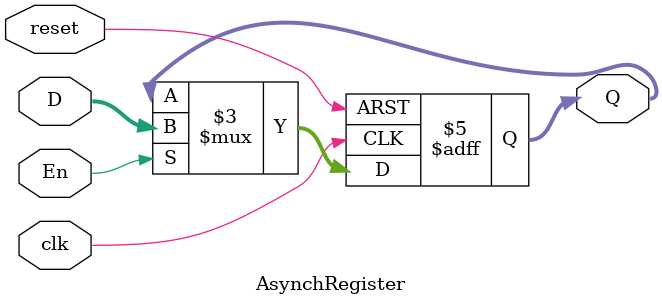
<source format=v>
module AsynchRegister(D, clk, reset, En, Q);
	parameter n = 4;
	
	input [n-1:0] D;
	input clk, reset, En;
	output reg [n-1:0] Q;
	
	always @(posedge clk, negedge reset) begin
		if (reset == 0) Q <= 0;
		else if (En) Q <= D;
	end
endmodule
</source>
